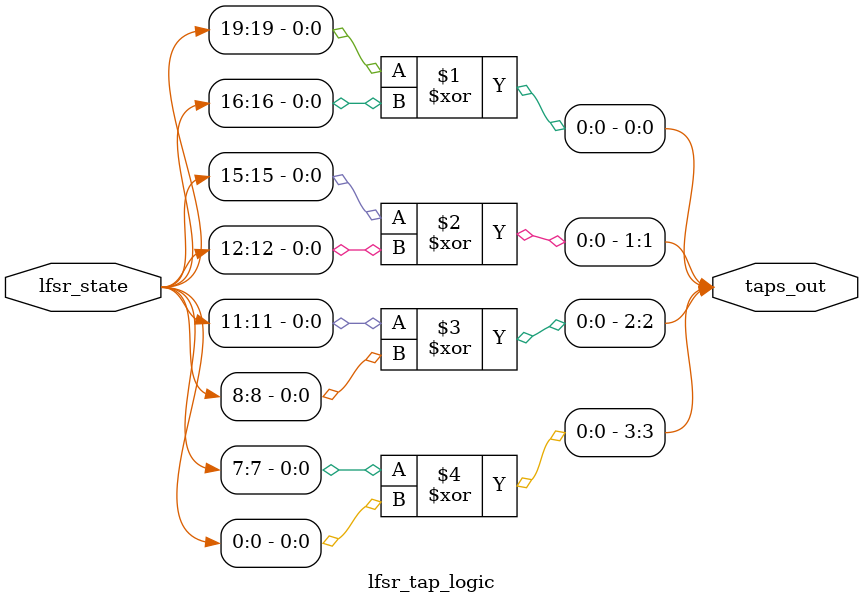
<source format=sv>
module multi_bit_lfsr (
    input  clk,
    input  rst,
    output [19:0] rnd_out
);
    wire  [3:0]  taps_comb_out;
    reg   [3:0]  taps_pipe_reg;
    reg   [19:0] lfsr_reg;
    reg   [19:0] lfsr_next_pipe_reg;
    wire  [19:0] lfsr_next_comb;

    // Combinational logic for taps calculation
    lfsr_tap_logic u_lfsr_tap_logic (
        .lfsr_state(lfsr_reg),
        .taps_out(taps_comb_out)
    );

    // Pipeline register for taps
    always @(posedge clk) begin
        if (rst)
            taps_pipe_reg <= 4'hF;
        else
            taps_pipe_reg <= taps_comb_out;
    end

    // Combinational logic for next LFSR value (using pipeline tap)
    assign lfsr_next_comb = {lfsr_reg[15:0], taps_pipe_reg};

    // Pipeline register for lfsr_next_comb
    always @(posedge clk) begin
        if (rst)
            lfsr_next_pipe_reg <= 20'hFACEB;
        else
            lfsr_next_pipe_reg <= lfsr_next_comb;
    end

    // Sequential logic for LFSR state update
    always @(posedge clk) begin
        if (rst)
            lfsr_reg <= 20'hFACEB;
        else
            lfsr_reg <= lfsr_next_pipe_reg;
    end

    assign rnd_out = lfsr_reg;
endmodule

module lfsr_tap_logic (
    input  [19:0] lfsr_state,
    output [3:0]  taps_out
);
    assign taps_out[0] = lfsr_state[19] ^ lfsr_state[16];
    assign taps_out[1] = lfsr_state[15] ^ lfsr_state[12];
    assign taps_out[2] = lfsr_state[11] ^ lfsr_state[8];
    assign taps_out[3] = lfsr_state[7]  ^ lfsr_state[0];
endmodule
</source>
